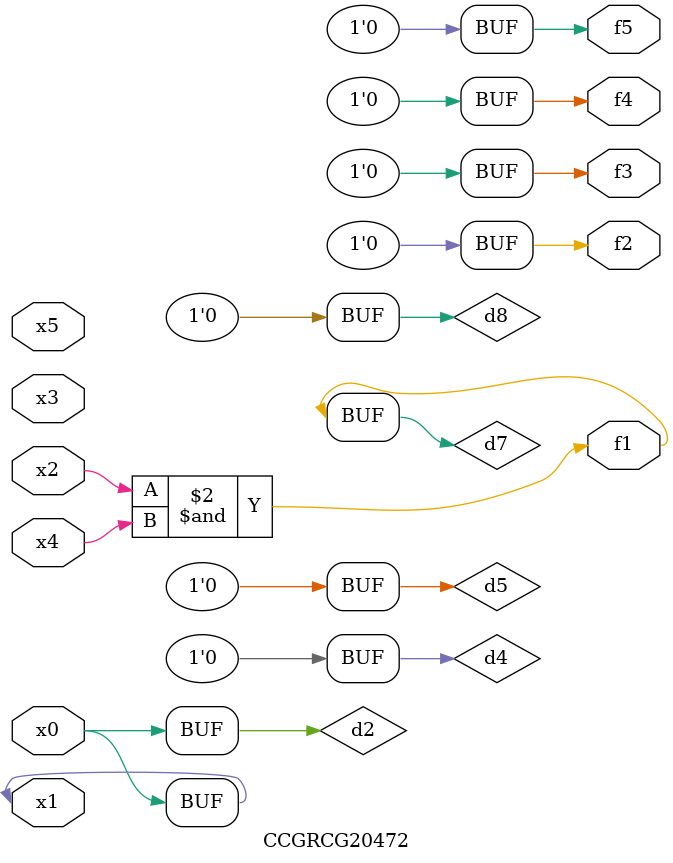
<source format=v>
module CCGRCG20472(
	input x0, x1, x2, x3, x4, x5,
	output f1, f2, f3, f4, f5
);

	wire d1, d2, d3, d4, d5, d6, d7, d8, d9;

	nand (d1, x1);
	buf (d2, x0, x1);
	nand (d3, x2, x4);
	and (d4, d1, d2);
	and (d5, d1, d2);
	nand (d6, d1, d3);
	not (d7, d3);
	xor (d8, d5);
	nor (d9, d5, d6);
	assign f1 = d7;
	assign f2 = d8;
	assign f3 = d8;
	assign f4 = d8;
	assign f5 = d8;
endmodule

</source>
